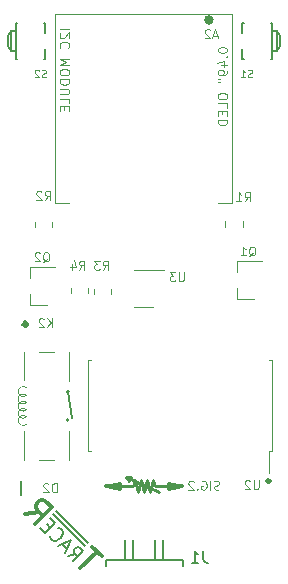
<source format=gbr>
%TF.GenerationSoftware,KiCad,Pcbnew,(5.1.10-1-10_14)*%
%TF.CreationDate,2021-06-13T18:58:13+09:00*%
%TF.ProjectId,tracer,74726163-6572-42e6-9b69-6361645f7063,rev?*%
%TF.SameCoordinates,Original*%
%TF.FileFunction,Legend,Bot*%
%TF.FilePolarity,Positive*%
%FSLAX46Y46*%
G04 Gerber Fmt 4.6, Leading zero omitted, Abs format (unit mm)*
G04 Created by KiCad (PCBNEW (5.1.10-1-10_14)) date 2021-06-13 18:58:13*
%MOMM*%
%LPD*%
G01*
G04 APERTURE LIST*
%ADD10C,0.200000*%
%ADD11C,0.300000*%
%ADD12C,0.125000*%
%ADD13C,0.350000*%
%ADD14C,0.150000*%
%ADD15C,0.120000*%
%ADD16C,0.400000*%
%ADD17C,0.127000*%
%ADD18C,0.250000*%
%ADD19C,0.450000*%
%ADD20C,0.100000*%
%ADD21C,0.124600*%
G04 APERTURE END LIST*
D10*
X-4699000Y3175000D02*
X-7429500Y5905500D01*
X-7683500Y5651500D02*
X-4953000Y2921000D01*
D11*
X-10030996Y5639969D02*
X-8886156Y5841999D01*
X-9222874Y4831847D02*
X-7808660Y6246061D01*
X-8347408Y6784809D01*
X-8549438Y6852152D01*
X-8684125Y6852152D01*
X-8886156Y6784809D01*
X-9088187Y6582778D01*
X-9155530Y6380748D01*
X-9155530Y6246061D01*
X-9088187Y6044030D01*
X-8549438Y5505282D01*
X-3583988Y2084889D02*
X-4392110Y2893011D01*
X-5402263Y1074736D02*
X-3988049Y2488950D01*
D10*
X-6459720Y2136004D02*
X-5772816Y2257223D01*
X-5974847Y1651131D02*
X-5126319Y2499659D01*
X-5449568Y2822908D01*
X-5570786Y2863314D01*
X-5651598Y2863314D01*
X-5772816Y2822908D01*
X-5894035Y2701690D01*
X-5934441Y2580471D01*
X-5934441Y2499659D01*
X-5894035Y2378441D01*
X-5570786Y2055192D01*
X-6540532Y2701690D02*
X-6944593Y3105751D01*
X-6702157Y2378441D02*
X-6136471Y3509812D01*
X-7267842Y2944126D01*
X-7954746Y3792654D02*
X-7954746Y3711842D01*
X-7873934Y3550218D01*
X-7793122Y3469406D01*
X-7631497Y3388593D01*
X-7469873Y3388593D01*
X-7348654Y3429000D01*
X-7146624Y3550218D01*
X-7025406Y3671436D01*
X-6904187Y3873467D01*
X-6863781Y3994685D01*
X-6863781Y4156309D01*
X-6944593Y4317934D01*
X-7025406Y4398746D01*
X-7187030Y4479558D01*
X-7267842Y4479558D01*
X-7954746Y4519964D02*
X-8237589Y4802807D01*
X-8803274Y4479558D02*
X-8399213Y4075497D01*
X-7550685Y4924025D01*
X-7954746Y5328086D01*
D12*
X6383571Y7760928D02*
X6276428Y7725214D01*
X6097857Y7725214D01*
X6026428Y7760928D01*
X5990714Y7796642D01*
X5955000Y7868071D01*
X5955000Y7939500D01*
X5990714Y8010928D01*
X6026428Y8046642D01*
X6097857Y8082357D01*
X6240714Y8118071D01*
X6312142Y8153785D01*
X6347857Y8189500D01*
X6383571Y8260928D01*
X6383571Y8332357D01*
X6347857Y8403785D01*
X6312142Y8439500D01*
X6240714Y8475214D01*
X6062142Y8475214D01*
X5955000Y8439500D01*
X5633571Y7725214D02*
X5633571Y8475214D01*
X4883571Y8439500D02*
X4955000Y8475214D01*
X5062142Y8475214D01*
X5169285Y8439500D01*
X5240714Y8368071D01*
X5276428Y8296642D01*
X5312142Y8153785D01*
X5312142Y8046642D01*
X5276428Y7903785D01*
X5240714Y7832357D01*
X5169285Y7760928D01*
X5062142Y7725214D01*
X4990714Y7725214D01*
X4883571Y7760928D01*
X4847857Y7796642D01*
X4847857Y8046642D01*
X4990714Y8046642D01*
X4526428Y7796642D02*
X4490714Y7760928D01*
X4526428Y7725214D01*
X4562142Y7760928D01*
X4526428Y7796642D01*
X4526428Y7725214D01*
X4205000Y8403785D02*
X4169285Y8439500D01*
X4097857Y8475214D01*
X3919285Y8475214D01*
X3847857Y8439500D01*
X3812142Y8403785D01*
X3776428Y8332357D01*
X3776428Y8260928D01*
X3812142Y8153785D01*
X4240714Y7725214D01*
X3776428Y7725214D01*
D13*
X10668000Y8480000D02*
G75*
G03*
X10668000Y8480000I-127000J0D01*
G01*
D14*
X5032333Y2550619D02*
X5032333Y1836333D01*
X5079952Y1693476D01*
X5175190Y1598238D01*
X5318047Y1550619D01*
X5413285Y1550619D01*
X4032333Y1550619D02*
X4603761Y1550619D01*
X4318047Y1550619D02*
X4318047Y2550619D01*
X4413285Y2407761D01*
X4508523Y2312523D01*
X4603761Y2264904D01*
D15*
%TO.C,A2*%
X-7500000Y48000000D02*
X7500000Y48000000D01*
D16*
X5700000Y47500000D02*
G75*
G03*
X5700000Y47500000I-200000J0D01*
G01*
D15*
X-7500000Y48000000D02*
X-7500000Y32000000D01*
X6300000Y32000000D02*
X7500000Y32000000D01*
X7500000Y48000000D02*
X7500000Y32000000D01*
X-7500000Y32000000D02*
X-6300000Y32000000D01*
D17*
%TO.C,S2*%
X-11238500Y44870000D02*
X-10838500Y44870000D01*
X-11238500Y46570000D02*
X-10838500Y46570000D01*
X-11538500Y45270000D02*
X-11238500Y44870000D01*
X-11538500Y46170000D02*
X-11238500Y46570000D01*
X-11238500Y46570000D02*
X-11238500Y44870000D01*
X-11538500Y46170000D02*
X-11538500Y45270000D01*
X-8338500Y44220000D02*
X-8338500Y45020000D01*
X-8438500Y44220000D02*
X-8338500Y44220000D01*
X-8338500Y47220000D02*
X-8338500Y46420000D01*
X-8438500Y47220000D02*
X-8338500Y47220000D01*
X-10838500Y44220000D02*
X-10738500Y44220000D01*
X-10838500Y44870000D02*
X-10838500Y44220000D01*
X-10838500Y46570000D02*
X-10838500Y44870000D01*
X-10838500Y47220000D02*
X-10838500Y46570000D01*
X-10738500Y47220000D02*
X-10838500Y47220000D01*
%TO.C,S1*%
X11238500Y46570000D02*
X10838500Y46570000D01*
X11238500Y44870000D02*
X10838500Y44870000D01*
X11538500Y46170000D02*
X11238500Y46570000D01*
X11538500Y45270000D02*
X11238500Y44870000D01*
X11238500Y44870000D02*
X11238500Y46570000D01*
X11538500Y45270000D02*
X11538500Y46170000D01*
X8338500Y47220000D02*
X8338500Y46420000D01*
X8438500Y47220000D02*
X8338500Y47220000D01*
X8338500Y44220000D02*
X8338500Y45020000D01*
X8438500Y44220000D02*
X8338500Y44220000D01*
X10838500Y47220000D02*
X10738500Y47220000D01*
X10838500Y46570000D02*
X10838500Y47220000D01*
X10838500Y44870000D02*
X10838500Y46570000D01*
X10838500Y44220000D02*
X10838500Y44870000D01*
X10738500Y44220000D02*
X10838500Y44220000D01*
D15*
%TO.C,R4*%
X-4726000Y24801564D02*
X-4726000Y24347436D01*
X-6196000Y24801564D02*
X-6196000Y24347436D01*
%TO.C,R3*%
X-4227500Y24283936D02*
X-4227500Y24738064D01*
X-2757500Y24283936D02*
X-2757500Y24738064D01*
%TO.C,U3*%
X-63500Y23205000D02*
X-863500Y23205000D01*
X-63500Y23205000D02*
X736500Y23205000D01*
X-63500Y26325000D02*
X-863500Y26325000D01*
X-63500Y26325000D02*
X1736500Y26325000D01*
D10*
%TO.C,J1*%
X-3200000Y1305000D02*
X-3200000Y1805000D01*
X3300000Y1805000D02*
X-3200000Y1800000D01*
X1600000Y3455000D02*
X1600000Y1805000D01*
X-950000Y3455000D02*
X-950000Y1805000D01*
X950000Y3455000D02*
X950000Y1805000D01*
X3300000Y1305000D02*
X3300000Y1805000D01*
X-1600000Y3455000D02*
X-1600000Y1805000D01*
D18*
X-3250000Y8075000D02*
X-2000000Y8325000D01*
X-2000000Y7775000D02*
X-2000000Y8325000D01*
X2000000Y8325000D02*
X2000000Y7775000D01*
X2000000Y8325000D02*
X3250000Y8075000D01*
X3250000Y8025000D02*
X2000000Y7775000D01*
D11*
X3250000Y8050000D02*
X2000000Y8050000D01*
D18*
X-2000000Y7775000D02*
X-3250000Y8025000D01*
X2000000Y8050000D02*
X900000Y8050000D01*
X-900000Y8050000D02*
X-2000000Y8050000D01*
X900000Y8050000D02*
X750000Y8550000D01*
X750000Y8550000D02*
X500000Y7550000D01*
X250000Y8550000D02*
X0Y7550000D01*
X500000Y7550000D02*
X250000Y8550000D01*
X-750000Y8550000D02*
X-900000Y8050000D01*
X-250000Y8550000D02*
X-500000Y7550000D01*
X-500000Y7550000D02*
X-750000Y8550000D01*
X0Y7550000D02*
X-250000Y8550000D01*
D11*
X-2000000Y8050000D02*
X-3250000Y8050000D01*
D18*
X1250000Y7550000D02*
X-1500000Y8800000D01*
X-1100000Y8800000D02*
X-1500000Y8800000D01*
X-1500000Y8800000D02*
X-1250000Y8500000D01*
X-1100000Y8800000D02*
X-1250000Y8500000D01*
D15*
%TO.C,K2*%
X-10155000Y10230000D02*
X-10155000Y12730000D01*
D10*
X-6359800Y16030000D02*
G75*
G03*
X-6359800Y16030000I-100001J0D01*
G01*
X-6359800Y13630000D02*
G75*
G03*
X-6359800Y13630000I-100001J0D01*
G01*
D14*
X-6459800Y16030000D02*
X-6055000Y13830000D01*
D15*
X-8890000Y10230000D02*
X-7620000Y10230000D01*
X-8890000Y19430000D02*
X-7620000Y19430000D01*
D19*
X-9905000Y21730000D02*
G75*
G03*
X-9905000Y21730000I-150000J0D01*
G01*
D15*
X-6355000Y19430000D02*
X-6355000Y16930000D01*
X-10160000Y16989000D02*
X-10155000Y19430000D01*
X-6355000Y12730000D02*
X-6359801Y10230000D01*
D20*
X-9919999Y16329999D02*
G75*
G03*
X-9919999Y15730001I-299999J-299999D01*
G01*
X-9920000Y13902998D02*
G75*
G03*
X-9920000Y13303000I-299999J-299999D01*
G01*
X-9919999Y14503000D02*
G75*
G03*
X-9919999Y13903002I-299999J-299999D01*
G01*
X-9920000Y15102998D02*
G75*
G03*
X-9920000Y14503000I-299999J-299999D01*
G01*
X-9919999Y15703000D02*
G75*
G03*
X-9919999Y15103002I-299999J-299999D01*
G01*
D10*
%TO.C,D2*%
X-10444000Y7245000D02*
X-10444000Y8445000D01*
D15*
%TO.C,R1*%
X8355000Y30453064D02*
X8355000Y29998936D01*
X6885000Y30453064D02*
X6885000Y29998936D01*
%TO.C,R2*%
X-9244000Y29969936D02*
X-9244000Y30424064D01*
X-7774000Y29969936D02*
X-7774000Y30424064D01*
%TO.C,Q1*%
X7876000Y23918000D02*
X7876000Y24848000D01*
X7876000Y27078000D02*
X7876000Y26148000D01*
X7876000Y27078000D02*
X10036000Y27078000D01*
X7876000Y23918000D02*
X9336000Y23918000D01*
%TO.C,Q2*%
X-9650000Y23410000D02*
X-9650000Y24340000D01*
X-9650000Y26570000D02*
X-9650000Y25640000D01*
X-9650000Y26570000D02*
X-7490000Y26570000D01*
X-9650000Y23410000D02*
X-8190000Y23410000D01*
%TO.C,U2*%
X10593000Y10970000D02*
X10593000Y9155000D01*
X10858000Y10970000D02*
X10593000Y10970000D01*
X10858000Y14830000D02*
X10858000Y10970000D01*
X10858000Y18690000D02*
X10593000Y18690000D01*
X10858000Y14830000D02*
X10858000Y18690000D01*
X-4762000Y10970000D02*
X-4497000Y10970000D01*
X-4762000Y14830000D02*
X-4762000Y10970000D01*
X-4762000Y18690000D02*
X-4497000Y18690000D01*
X-4762000Y14830000D02*
X-4762000Y18690000D01*
%TO.C,A2*%
D12*
X6235714Y46175000D02*
X5878571Y46175000D01*
X6307142Y45960714D02*
X6057142Y46710714D01*
X5807142Y45960714D01*
X5592857Y46639285D02*
X5557142Y46675000D01*
X5485714Y46710714D01*
X5307142Y46710714D01*
X5235714Y46675000D01*
X5200000Y46639285D01*
X5164285Y46567857D01*
X5164285Y46496428D01*
X5200000Y46389285D01*
X5628571Y45960714D01*
X5164285Y45960714D01*
D15*
X-6338095Y46766666D02*
X-7138095Y46766666D01*
X-7061904Y46423809D02*
X-7100000Y46385714D01*
X-7138095Y46309523D01*
X-7138095Y46119047D01*
X-7100000Y46042857D01*
X-7061904Y46004761D01*
X-6985714Y45966666D01*
X-6909523Y45966666D01*
X-6795238Y46004761D01*
X-6338095Y46461904D01*
X-6338095Y45966666D01*
X-6414285Y45166666D02*
X-6376190Y45204761D01*
X-6338095Y45319047D01*
X-6338095Y45395238D01*
X-6376190Y45509523D01*
X-6452380Y45585714D01*
X-6528571Y45623809D01*
X-6680952Y45661904D01*
X-6795238Y45661904D01*
X-6947619Y45623809D01*
X-7023809Y45585714D01*
X-7100000Y45509523D01*
X-7138095Y45395238D01*
X-7138095Y45319047D01*
X-7100000Y45204761D01*
X-7061904Y45166666D01*
X-6338095Y44214285D02*
X-7138095Y44214285D01*
X-6566666Y43947619D01*
X-7138095Y43680952D01*
X-6338095Y43680952D01*
X-7138095Y43147619D02*
X-7138095Y42995238D01*
X-7100000Y42919047D01*
X-7023809Y42842857D01*
X-6871428Y42804761D01*
X-6604761Y42804761D01*
X-6452380Y42842857D01*
X-6376190Y42919047D01*
X-6338095Y42995238D01*
X-6338095Y43147619D01*
X-6376190Y43223809D01*
X-6452380Y43300000D01*
X-6604761Y43338095D01*
X-6871428Y43338095D01*
X-7023809Y43300000D01*
X-7100000Y43223809D01*
X-7138095Y43147619D01*
X-6338095Y42461904D02*
X-7138095Y42461904D01*
X-7138095Y42271428D01*
X-7100000Y42157142D01*
X-7023809Y42080952D01*
X-6947619Y42042857D01*
X-6795238Y42004761D01*
X-6680952Y42004761D01*
X-6528571Y42042857D01*
X-6452380Y42080952D01*
X-6376190Y42157142D01*
X-6338095Y42271428D01*
X-6338095Y42461904D01*
X-7138095Y41661904D02*
X-6490476Y41661904D01*
X-6414285Y41623809D01*
X-6376190Y41585714D01*
X-6338095Y41509523D01*
X-6338095Y41357142D01*
X-6376190Y41280952D01*
X-6414285Y41242857D01*
X-6490476Y41204761D01*
X-7138095Y41204761D01*
X-6338095Y40442857D02*
X-6338095Y40823809D01*
X-7138095Y40823809D01*
X-6757142Y40176190D02*
X-6757142Y39909523D01*
X-6338095Y39795238D02*
X-6338095Y40176190D01*
X-7138095Y40176190D01*
X-7138095Y39795238D01*
X6261904Y45004761D02*
X6261904Y44928571D01*
X6300000Y44852380D01*
X6338095Y44814285D01*
X6414285Y44776190D01*
X6566666Y44738095D01*
X6757142Y44738095D01*
X6909523Y44776190D01*
X6985714Y44814285D01*
X7023809Y44852380D01*
X7061904Y44928571D01*
X7061904Y45004761D01*
X7023809Y45080952D01*
X6985714Y45119047D01*
X6909523Y45157142D01*
X6757142Y45195238D01*
X6566666Y45195238D01*
X6414285Y45157142D01*
X6338095Y45119047D01*
X6300000Y45080952D01*
X6261904Y45004761D01*
X6985714Y44395238D02*
X7023809Y44357142D01*
X7061904Y44395238D01*
X7023809Y44433333D01*
X6985714Y44395238D01*
X7061904Y44395238D01*
X6528571Y43671428D02*
X7061904Y43671428D01*
X6223809Y43861904D02*
X6795238Y44052380D01*
X6795238Y43557142D01*
X7061904Y43214285D02*
X7061904Y43061904D01*
X7023809Y42985714D01*
X6985714Y42947619D01*
X6871428Y42871428D01*
X6719047Y42833333D01*
X6414285Y42833333D01*
X6338095Y42871428D01*
X6300000Y42909523D01*
X6261904Y42985714D01*
X6261904Y43138095D01*
X6300000Y43214285D01*
X6338095Y43252380D01*
X6414285Y43290476D01*
X6604761Y43290476D01*
X6680952Y43252380D01*
X6719047Y43214285D01*
X6757142Y43138095D01*
X6757142Y42985714D01*
X6719047Y42909523D01*
X6680952Y42871428D01*
X6604761Y42833333D01*
X6261904Y42528571D02*
X6414285Y42528571D01*
X6261904Y42223809D02*
X6414285Y42223809D01*
X6261904Y41119047D02*
X6261904Y40966666D01*
X6300000Y40890476D01*
X6376190Y40814285D01*
X6528571Y40776190D01*
X6795238Y40776190D01*
X6947619Y40814285D01*
X7023809Y40890476D01*
X7061904Y40966666D01*
X7061904Y41119047D01*
X7023809Y41195238D01*
X6947619Y41271428D01*
X6795238Y41309523D01*
X6528571Y41309523D01*
X6376190Y41271428D01*
X6300000Y41195238D01*
X6261904Y41119047D01*
X7061904Y40052380D02*
X7061904Y40433333D01*
X6261904Y40433333D01*
X6642857Y39785714D02*
X6642857Y39519047D01*
X7061904Y39404761D02*
X7061904Y39785714D01*
X6261904Y39785714D01*
X6261904Y39404761D01*
X7061904Y39061904D02*
X6261904Y39061904D01*
X6261904Y38871428D01*
X6300000Y38757142D01*
X6376190Y38680952D01*
X6452380Y38642857D01*
X6604761Y38604761D01*
X6719047Y38604761D01*
X6871428Y38642857D01*
X6947619Y38680952D01*
X7023809Y38757142D01*
X7061904Y38871428D01*
X7061904Y39061904D01*
%TO.C,S2*%
D21*
X-8275299Y42666909D02*
X-8366743Y42636427D01*
X-8519149Y42636427D01*
X-8580112Y42666909D01*
X-8610593Y42697390D01*
X-8641074Y42758352D01*
X-8641074Y42819315D01*
X-8610593Y42880278D01*
X-8580112Y42910759D01*
X-8519149Y42941240D01*
X-8397224Y42971721D01*
X-8336262Y43002203D01*
X-8305780Y43032684D01*
X-8275299Y43093647D01*
X-8275299Y43154609D01*
X-8305780Y43215572D01*
X-8336262Y43246053D01*
X-8397224Y43276534D01*
X-8549631Y43276534D01*
X-8641074Y43246053D01*
X-8884925Y43215572D02*
X-8915406Y43246053D01*
X-8976369Y43276534D01*
X-9128775Y43276534D01*
X-9189738Y43246053D01*
X-9220219Y43215572D01*
X-9250700Y43154609D01*
X-9250700Y43093647D01*
X-9220219Y43002203D01*
X-8854443Y42636427D01*
X-9250700Y42636427D01*
%TO.C,S1*%
X9175700Y42669409D02*
X9084256Y42638927D01*
X8931850Y42638927D01*
X8870887Y42669409D01*
X8840406Y42699890D01*
X8809925Y42760852D01*
X8809925Y42821815D01*
X8840406Y42882778D01*
X8870887Y42913259D01*
X8931850Y42943740D01*
X9053775Y42974221D01*
X9114738Y43004703D01*
X9145219Y43035184D01*
X9175700Y43096147D01*
X9175700Y43157109D01*
X9145219Y43218072D01*
X9114738Y43248553D01*
X9053775Y43279034D01*
X8901369Y43279034D01*
X8809925Y43248553D01*
X8200299Y42638927D02*
X8566074Y42638927D01*
X8383187Y42638927D02*
X8383187Y43279034D01*
X8444149Y43187590D01*
X8505112Y43126628D01*
X8566074Y43096147D01*
%TO.C,R4*%
D12*
X-5475000Y26360714D02*
X-5225000Y26717857D01*
X-5046428Y26360714D02*
X-5046428Y27110714D01*
X-5332142Y27110714D01*
X-5403571Y27075000D01*
X-5439285Y27039285D01*
X-5475000Y26967857D01*
X-5475000Y26860714D01*
X-5439285Y26789285D01*
X-5403571Y26753571D01*
X-5332142Y26717857D01*
X-5046428Y26717857D01*
X-6117857Y26860714D02*
X-6117857Y26360714D01*
X-5939285Y27146428D02*
X-5760714Y26610714D01*
X-6225000Y26610714D01*
%TO.C,R3*%
X-3475000Y26360714D02*
X-3225000Y26717857D01*
X-3046428Y26360714D02*
X-3046428Y27110714D01*
X-3332142Y27110714D01*
X-3403571Y27075000D01*
X-3439285Y27039285D01*
X-3475000Y26967857D01*
X-3475000Y26860714D01*
X-3439285Y26789285D01*
X-3403571Y26753571D01*
X-3332142Y26717857D01*
X-3046428Y26717857D01*
X-3725000Y27110714D02*
X-4189285Y27110714D01*
X-3939285Y26825000D01*
X-4046428Y26825000D01*
X-4117857Y26789285D01*
X-4153571Y26753571D01*
X-4189285Y26682142D01*
X-4189285Y26503571D01*
X-4153571Y26432142D01*
X-4117857Y26396428D01*
X-4046428Y26360714D01*
X-3832142Y26360714D01*
X-3760714Y26396428D01*
X-3725000Y26432142D01*
%TO.C,U3*%
X3365428Y26128214D02*
X3365428Y25521071D01*
X3329714Y25449642D01*
X3294000Y25413928D01*
X3222571Y25378214D01*
X3079714Y25378214D01*
X3008285Y25413928D01*
X2972571Y25449642D01*
X2936857Y25521071D01*
X2936857Y26128214D01*
X2651142Y26128214D02*
X2186857Y26128214D01*
X2436857Y25842500D01*
X2329714Y25842500D01*
X2258285Y25806785D01*
X2222571Y25771071D01*
X2186857Y25699642D01*
X2186857Y25521071D01*
X2222571Y25449642D01*
X2258285Y25413928D01*
X2329714Y25378214D01*
X2544000Y25378214D01*
X2615428Y25413928D01*
X2651142Y25449642D01*
%TO.C,K2*%
X-7764928Y21475714D02*
X-7764928Y22225714D01*
X-8193499Y21475714D02*
X-7872071Y21904285D01*
X-8193499Y22225714D02*
X-7764928Y21797142D01*
X-8479214Y22154285D02*
X-8514928Y22190000D01*
X-8586357Y22225714D01*
X-8764928Y22225714D01*
X-8836357Y22190000D01*
X-8872071Y22154285D01*
X-8907785Y22082857D01*
X-8907785Y22011428D01*
X-8872071Y21904285D01*
X-8443500Y21475714D01*
X-8907785Y21475714D01*
%TO.C,D2*%
X-7383928Y7534714D02*
X-7383928Y8284714D01*
X-7562499Y8284714D01*
X-7669642Y8249000D01*
X-7741071Y8177571D01*
X-7776785Y8106142D01*
X-7812499Y7963285D01*
X-7812499Y7856142D01*
X-7776785Y7713285D01*
X-7741071Y7641857D01*
X-7669642Y7570428D01*
X-7562499Y7534714D01*
X-7383928Y7534714D01*
X-8098214Y8213285D02*
X-8133928Y8249000D01*
X-8205357Y8284714D01*
X-8383928Y8284714D01*
X-8455357Y8249000D01*
X-8491071Y8213285D01*
X-8526785Y8141857D01*
X-8526785Y8070428D01*
X-8491071Y7963285D01*
X-8062499Y7534714D01*
X-8526785Y7534714D01*
%TO.C,R1*%
X8525000Y32160714D02*
X8775000Y32517857D01*
X8953571Y32160714D02*
X8953571Y32910714D01*
X8667857Y32910714D01*
X8596428Y32875000D01*
X8560714Y32839285D01*
X8525000Y32767857D01*
X8525000Y32660714D01*
X8560714Y32589285D01*
X8596428Y32553571D01*
X8667857Y32517857D01*
X8953571Y32517857D01*
X7810714Y32160714D02*
X8239285Y32160714D01*
X8025000Y32160714D02*
X8025000Y32910714D01*
X8096428Y32803571D01*
X8167857Y32732142D01*
X8239285Y32696428D01*
%TO.C,R2*%
X-8383999Y32270714D02*
X-8133999Y32627857D01*
X-7955428Y32270714D02*
X-7955428Y33020714D01*
X-8241142Y33020714D01*
X-8312571Y32985000D01*
X-8348285Y32949285D01*
X-8383999Y32877857D01*
X-8383999Y32770714D01*
X-8348285Y32699285D01*
X-8312571Y32663571D01*
X-8241142Y32627857D01*
X-7955428Y32627857D01*
X-8669714Y32949285D02*
X-8705428Y32985000D01*
X-8776857Y33020714D01*
X-8955428Y33020714D01*
X-9026857Y32985000D01*
X-9062571Y32949285D01*
X-9098285Y32877857D01*
X-9098285Y32806428D01*
X-9062571Y32699285D01*
X-8634000Y32270714D01*
X-9098285Y32270714D01*
%TO.C,Q1*%
X8871428Y27489285D02*
X8942857Y27525000D01*
X9014285Y27596428D01*
X9121428Y27703571D01*
X9192857Y27739285D01*
X9264285Y27739285D01*
X9228571Y27560714D02*
X9300000Y27596428D01*
X9371428Y27667857D01*
X9407142Y27810714D01*
X9407142Y28060714D01*
X9371428Y28203571D01*
X9300000Y28275000D01*
X9228571Y28310714D01*
X9085714Y28310714D01*
X9014285Y28275000D01*
X8942857Y28203571D01*
X8907142Y28060714D01*
X8907142Y27810714D01*
X8942857Y27667857D01*
X9014285Y27596428D01*
X9085714Y27560714D01*
X9228571Y27560714D01*
X8192857Y27560714D02*
X8621428Y27560714D01*
X8407142Y27560714D02*
X8407142Y28310714D01*
X8478571Y28203571D01*
X8550000Y28132142D01*
X8621428Y28096428D01*
%TO.C,Q2*%
X-8564571Y26992285D02*
X-8493142Y27028000D01*
X-8421714Y27099428D01*
X-8314571Y27206571D01*
X-8243142Y27242285D01*
X-8171714Y27242285D01*
X-8207428Y27063714D02*
X-8136000Y27099428D01*
X-8064571Y27170857D01*
X-8028857Y27313714D01*
X-8028857Y27563714D01*
X-8064571Y27706571D01*
X-8136000Y27778000D01*
X-8207428Y27813714D01*
X-8350285Y27813714D01*
X-8421714Y27778000D01*
X-8493142Y27706571D01*
X-8528857Y27563714D01*
X-8528857Y27313714D01*
X-8493142Y27170857D01*
X-8421714Y27099428D01*
X-8350285Y27063714D01*
X-8207428Y27063714D01*
X-8814571Y27742285D02*
X-8850285Y27778000D01*
X-8921714Y27813714D01*
X-9100285Y27813714D01*
X-9171714Y27778000D01*
X-9207428Y27742285D01*
X-9243142Y27670857D01*
X-9243142Y27599428D01*
X-9207428Y27492285D01*
X-8778857Y27063714D01*
X-9243142Y27063714D01*
%TO.C,U2*%
X9715428Y8538714D02*
X9715428Y7931571D01*
X9679714Y7860142D01*
X9644000Y7824428D01*
X9572571Y7788714D01*
X9429714Y7788714D01*
X9358285Y7824428D01*
X9322571Y7860142D01*
X9286857Y7931571D01*
X9286857Y8538714D01*
X8965428Y8467285D02*
X8929714Y8503000D01*
X8858285Y8538714D01*
X8679714Y8538714D01*
X8608285Y8503000D01*
X8572571Y8467285D01*
X8536857Y8395857D01*
X8536857Y8324428D01*
X8572571Y8217285D01*
X9001142Y7788714D01*
X8536857Y7788714D01*
%TD*%
M02*

</source>
